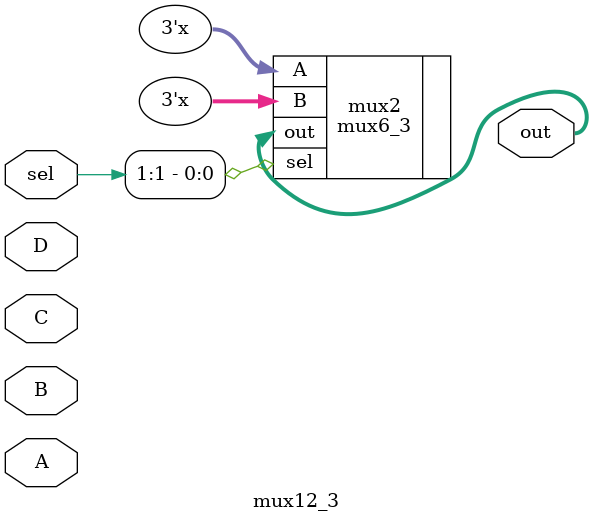
<source format=v>
module mux12_3 (A, B, C, D, sel, out);

    input [2:0] A;
    input [2:0] B;
    input [2:0] C;
    input [2:0] D;
    input [1:0] sel;
    
    output [2:0] out;
    
    mux6_3 mux0 (.A(A[2:0]), .B(B[2:0]), .sel(sel[0]), .out(out0[2:0]));
    mux6_3 mux1 (.A(C[2:0]), .B(D[2:0]), .sel(sel[0]), .out(out1[2:0]));
    
    mux6_3 mux2 (.A(out0[2:0]), .B(out1[2:0]), .sel(sel[1]), .out(out[2:0]));
    
endmodule

</source>
